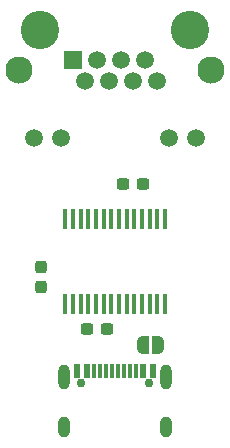
<source format=gts>
G04 #@! TF.GenerationSoftware,KiCad,Pcbnew,(6.0.0)*
G04 #@! TF.CreationDate,2022-05-28T20:38:18-06:00*
G04 #@! TF.ProjectId,usb_to_serial,7573625f-746f-45f7-9365-7269616c2e6b,2*
G04 #@! TF.SameCoordinates,Original*
G04 #@! TF.FileFunction,Soldermask,Top*
G04 #@! TF.FilePolarity,Negative*
%FSLAX46Y46*%
G04 Gerber Fmt 4.6, Leading zero omitted, Abs format (unit mm)*
G04 Created by KiCad (PCBNEW (6.0.0)) date 2022-05-28 20:38:18*
%MOMM*%
%LPD*%
G01*
G04 APERTURE LIST*
G04 Aperture macros list*
%AMRoundRect*
0 Rectangle with rounded corners*
0 $1 Rounding radius*
0 $2 $3 $4 $5 $6 $7 $8 $9 X,Y pos of 4 corners*
0 Add a 4 corners polygon primitive as box body*
4,1,4,$2,$3,$4,$5,$6,$7,$8,$9,$2,$3,0*
0 Add four circle primitives for the rounded corners*
1,1,$1+$1,$2,$3*
1,1,$1+$1,$4,$5*
1,1,$1+$1,$6,$7*
1,1,$1+$1,$8,$9*
0 Add four rect primitives between the rounded corners*
20,1,$1+$1,$2,$3,$4,$5,0*
20,1,$1+$1,$4,$5,$6,$7,0*
20,1,$1+$1,$6,$7,$8,$9,0*
20,1,$1+$1,$8,$9,$2,$3,0*%
%AMFreePoly0*
4,1,22,0.500000,-0.750000,0.000000,-0.750000,0.000000,-0.745033,-0.079941,-0.743568,-0.215256,-0.701293,-0.333266,-0.622738,-0.424486,-0.514219,-0.481581,-0.384460,-0.499164,-0.250000,-0.500000,-0.250000,-0.500000,0.250000,-0.499164,0.250000,-0.499963,0.256109,-0.478152,0.396186,-0.417904,0.524511,-0.324060,0.630769,-0.204165,0.706417,-0.067858,0.745374,0.000000,0.744959,0.000000,0.750000,
0.500000,0.750000,0.500000,-0.750000,0.500000,-0.750000,$1*%
%AMFreePoly1*
4,1,20,0.000000,0.744959,0.073905,0.744508,0.209726,0.703889,0.328688,0.626782,0.421226,0.519385,0.479903,0.390333,0.500000,0.250000,0.500000,-0.250000,0.499851,-0.262216,0.476331,-0.402017,0.414519,-0.529596,0.319384,-0.634700,0.198574,-0.708877,0.061801,-0.746166,0.000000,-0.745033,0.000000,-0.750000,-0.500000,-0.750000,-0.500000,0.750000,0.000000,0.750000,0.000000,0.744959,
0.000000,0.744959,$1*%
G04 Aperture macros list end*
%ADD10RoundRect,0.237500X0.300000X0.237500X-0.300000X0.237500X-0.300000X-0.237500X0.300000X-0.237500X0*%
%ADD11C,3.250000*%
%ADD12R,1.500000X1.500000*%
%ADD13C,1.500000*%
%ADD14C,2.300000*%
%ADD15R,0.450000X1.750000*%
%ADD16O,0.990600X1.803400*%
%ADD17O,0.990600X2.108200*%
%ADD18C,0.762000*%
%ADD19R,0.584200X1.143000*%
%ADD20R,0.304800X1.143000*%
%ADD21RoundRect,0.237500X-0.237500X0.300000X-0.237500X-0.300000X0.237500X-0.300000X0.237500X0.300000X0*%
%ADD22FreePoly0,180.000000*%
%ADD23FreePoly1,180.000000*%
G04 APERTURE END LIST*
D10*
X138130619Y-109572504D03*
X136405619Y-109572504D03*
X135130619Y-121822504D03*
X133405619Y-121822504D03*
D11*
X129428119Y-96492872D03*
X142128119Y-96492872D03*
D12*
X132218119Y-99032872D03*
D13*
X133234119Y-100812872D03*
X134250119Y-99032872D03*
X135266119Y-100812872D03*
X136282119Y-99032872D03*
X137298119Y-100812872D03*
X138314119Y-99032872D03*
X139330119Y-100812872D03*
X128918119Y-105632872D03*
X131208119Y-105632872D03*
X140348119Y-105632872D03*
X142638119Y-105632872D03*
D14*
X143908119Y-99922872D03*
X127648119Y-99922872D03*
D15*
X140003119Y-112522504D03*
X139353119Y-112522504D03*
X138703119Y-112522504D03*
X138053119Y-112522504D03*
X137403119Y-112522504D03*
X136753119Y-112522504D03*
X136103119Y-112522504D03*
X135453119Y-112522504D03*
X134803119Y-112522504D03*
X134153119Y-112522504D03*
X133503119Y-112522504D03*
X132853119Y-112522504D03*
X132203119Y-112522504D03*
X131553119Y-112522504D03*
X131553119Y-119722504D03*
X132203119Y-119722504D03*
X132853119Y-119722504D03*
X133503119Y-119722504D03*
X134153119Y-119722504D03*
X134803119Y-119722504D03*
X135453119Y-119722504D03*
X136103119Y-119722504D03*
X136753119Y-119722504D03*
X137403119Y-119722504D03*
X138053119Y-119722504D03*
X138703119Y-119722504D03*
X139353119Y-119722504D03*
X140003119Y-119722504D03*
D16*
X131458117Y-130091704D03*
X140098121Y-130091704D03*
D17*
X131458117Y-125911704D03*
X140098121Y-125911704D03*
D18*
X132888120Y-126411703D03*
X138668118Y-126411703D03*
D19*
X132578119Y-125336704D03*
X133378118Y-125336704D03*
D20*
X134528119Y-125336704D03*
X135528119Y-125336704D03*
X136028119Y-125336704D03*
X137028119Y-125336704D03*
D19*
X138978119Y-125336704D03*
X138178120Y-125336704D03*
D20*
X137528118Y-125336704D03*
X136528120Y-125336704D03*
X135028118Y-125336704D03*
X134028120Y-125336704D03*
D21*
X129500000Y-116545372D03*
X129500000Y-118270372D03*
D22*
X139428119Y-123157872D03*
D23*
X138128119Y-123157872D03*
M02*

</source>
